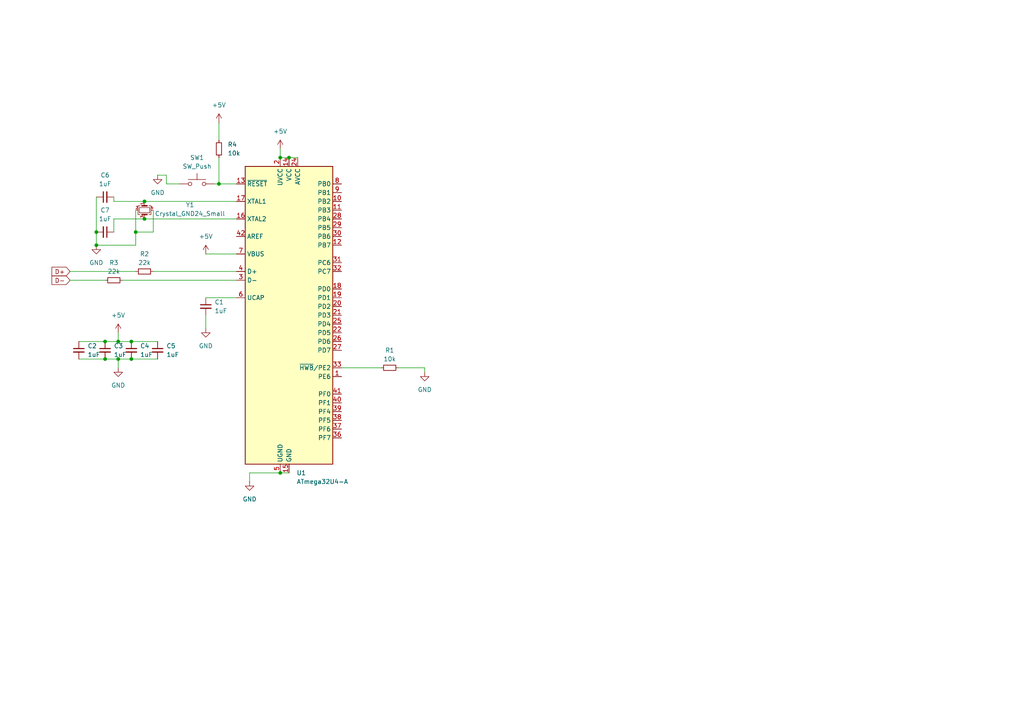
<source format=kicad_sch>
(kicad_sch (version 20231120) (generator "eeschema") (generator_version "8.0")
  (paper "A4")
  (lib_symbols
    (symbol "Device:C_Small" (pin_numbers hide) (pin_names (offset 0.254) hide)
      (property "Reference" "C" (at 0.254 1.778 0))
      (property "Value" "C_Small" (at 0.254 -2.032 0))
      (symbol "C_Small_0_1"
        (polyline (pts (xy -1.524 -0.508) (xy 1.524 -0.508)) (stroke (width 0.3302)))
        (polyline (pts (xy -1.524 0.508) (xy 1.524 0.508)) (stroke (width 0.3048)))
      )
      (symbol "C_Small_1_1"
        (pin passive line (at 0 2.54 270) (length 2.032) (name "~") (number "1"))
        (pin passive line (at 0 -2.54 90) (length 2.032) (name "~") (number "2"))
      )
    )
    (symbol "Device:Crystal_GND24_Small" (pin_names (offset 1.016) hide)
      (property "Reference" "Y" (at 1.27 4.445 0))
      (property "Value" "Crystal_GND24_Small" (at 1.27 2.54 0))
      (symbol "Crystal_GND24_Small_0_1"
        (rectangle (start -0.762 -1.524) (end 0.762 1.524))
        (polyline (pts (xy -1.27 -0.762) (xy -1.27 0.762)) (stroke (width 0.381)))
        (polyline (pts (xy 1.27 -0.762) (xy 1.27 0.762)) (stroke (width 0.381)))
        (polyline (pts (xy -1.27 -1.27) (xy -1.27 -1.905) (xy 1.27 -1.905) (xy 1.27 -1.27)))
        (polyline (pts (xy -1.27 1.27) (xy -1.27 1.905) (xy 1.27 1.905) (xy 1.27 1.27)))
      )
      (symbol "Crystal_GND24_Small_1_1"
        (pin passive line (at -2.54 0 0) (length 1.27) (name "1") (number "1"))
        (pin passive line (at 0 -2.54 90) (length 0.635) (name "2") (number "2"))
        (pin passive line (at 2.54 0 180) (length 1.27) (name "3") (number "3"))
        (pin passive line (at 0 2.54 270) (length 0.635) (name "4") (number "4"))
      )
    )
    (symbol "Device:R_Small" (pin_numbers hide) (pin_names (offset 0.254) hide)
      (property "Reference" "R" (at 0.762 0.508 0))
      (property "Value" "R_Small" (at 0.762 -1.016 0))
      (symbol "R_Small_0_1"
        (rectangle (start -0.762 1.778) (end 0.762 -1.778) (stroke (width 0.2032)))
      )
      (symbol "R_Small_1_1"
        (pin passive line (at 0 2.54 270) (length 0.762) (name "~") (number "1"))
        (pin passive line (at 0 -2.54 90) (length 0.762) (name "~") (number "2"))
      )
    )
    (symbol "MCU_Microchip_ATmega:ATmega32U4-A"
      (property "Reference" "U" (at -12.7 44.45 0))
      (property "Value" "ATmega32U4-A" (at 2.54 -44.45 0))
      (symbol "ATmega32U4-A_0_1"
        (rectangle (start -12.7 -43.18) (end 12.7 43.18) (stroke (width 0.254)) (fill (type background)))
      )
      (symbol "ATmega32U4-A_1_1"
        (pin bidirectional line (at 15.24 -17.78 180) (length 2.54) (name "PE6") (number "1"))
        (pin bidirectional line (at 15.24 33.02 180) (length 2.54) (name "PB2") (number "10"))
        (pin bidirectional line (at 15.24 30.48 180) (length 2.54) (name "PB3") (number "11"))
        (pin bidirectional line (at 15.24 20.32 180) (length 2.54) (name "PB7") (number "12"))
        (pin input line (at -15.24 38.1 0) (length 2.54) (name "~{RESET}") (number "13"))
        (pin power_in line (at 0 45.72 270) (length 2.54) (name "VCC") (number "14"))
        (pin power_in line (at 0 -45.72 90) (length 2.54) (name "GND") (number "15"))
        (pin output line (at -15.24 27.94 0) (length 2.54) (name "XTAL2") (number "16"))
        (pin input line (at -15.24 33.02 0) (length 2.54) (name "XTAL1") (number "17"))
        (pin bidirectional line (at 15.24 7.62 180) (length 2.54) (name "PD0") (number "18"))
        (pin bidirectional line (at 15.24 5.08 180) (length 2.54) (name "PD1") (number "19"))
        (pin power_in line (at -2.54 45.72 270) (length 2.54) (name "UVCC") (number "2"))
        (pin bidirectional line (at 15.24 2.54 180) (length 2.54) (name "PD2") (number "20"))
        (pin bidirectional line (at 15.24 0 180) (length 2.54) (name "PD3") (number "21"))
        (pin bidirectional line (at 15.24 -5.08 180) (length 2.54) (name "PD5") (number "22"))
        (pin passive line (at 0 -45.72 90) (length 2.54) hide (name "GND") (number "23"))
        (pin power_in line (at 2.54 45.72 270) (length 2.54) (name "AVCC") (number "24"))
        (pin bidirectional line (at 15.24 -2.54 180) (length 2.54) (name "PD4") (number "25"))
        (pin bidirectional line (at 15.24 -7.62 180) (length 2.54) (name "PD6") (number "26"))
        (pin bidirectional line (at 15.24 -10.16 180) (length 2.54) (name "PD7") (number "27"))
        (pin bidirectional line (at 15.24 27.94 180) (length 2.54) (name "PB4") (number "28"))
        (pin bidirectional line (at 15.24 25.4 180) (length 2.54) (name "PB5") (number "29"))
        (pin bidirectional line (at -15.24 10.16 0) (length 2.54) (name "D-") (number "3"))
        (pin bidirectional line (at 15.24 22.86 180) (length 2.54) (name "PB6") (number "30"))
        (pin bidirectional line (at 15.24 15.24 180) (length 2.54) (name "PC6") (number "31"))
        (pin bidirectional line (at 15.24 12.7 180) (length 2.54) (name "PC7") (number "32"))
        (pin bidirectional line (at 15.24 -15.24 180) (length 2.54) (name "~{HWB}/PE2") (number "33"))
        (pin passive line (at 0 45.72 270) (length 2.54) hide (name "VCC") (number "34"))
        (pin passive line (at 0 -45.72 90) (length 2.54) hide (name "GND") (number "35"))
        (pin bidirectional line (at 15.24 -35.56 180) (length 2.54) (name "PF7") (number "36"))
        (pin bidirectional line (at 15.24 -33.02 180) (length 2.54) (name "PF6") (number "37"))
        (pin bidirectional line (at 15.24 -30.48 180) (length 2.54) (name "PF5") (number "38"))
        (pin bidirectional line (at 15.24 -27.94 180) (length 2.54) (name "PF4") (number "39"))
        (pin bidirectional line (at -15.24 12.7 0) (length 2.54) (name "D+") (number "4"))
        (pin bidirectional line (at 15.24 -25.4 180) (length 2.54) (name "PF1") (number "40"))
        (pin bidirectional line (at 15.24 -22.86 180) (length 2.54) (name "PF0") (number "41"))
        (pin passive line (at -15.24 22.86 0) (length 2.54) (name "AREF") (number "42"))
        (pin passive line (at 0 -45.72 90) (length 2.54) hide (name "GND") (number "43"))
        (pin passive line (at 2.54 45.72 270) (length 2.54) hide (name "AVCC") (number "44"))
        (pin passive line (at -2.54 -45.72 90) (length 2.54) (name "UGND") (number "5"))
        (pin passive line (at -15.24 5.08 0) (length 2.54) (name "UCAP") (number "6"))
        (pin input line (at -15.24 17.78 0) (length 2.54) (name "VBUS") (number "7"))
        (pin bidirectional line (at 15.24 38.1 180) (length 2.54) (name "PB0") (number "8"))
        (pin bidirectional line (at 15.24 35.56 180) (length 2.54) (name "PB1") (number "9"))
      )
    )
    (symbol "Switch:SW_Push" (pin_numbers hide) (pin_names (offset 1.016) hide)
      (property "Reference" "SW" (at 1.27 2.54 0))
      (property "Value" "SW_Push" (at 0 -1.524 0))
      (symbol "SW_Push_0_1"
        (circle (center -2.032 0) (radius 0.508))
        (polyline (pts (xy 0 1.27) (xy 0 3.048)))
        (polyline (pts (xy 2.54 1.27) (xy -2.54 1.27)))
        (circle (center 2.032 0) (radius 0.508))
        (pin passive line (at -5.08 0 0) (length 2.54) (name "1") (number "1"))
        (pin passive line (at 5.08 0 180) (length 2.54) (name "2") (number "2"))
      )
    )
    (symbol "power:+5V" (power) (pin_numbers hide) (pin_names (offset 0) hide)
      (property "Value" "+5V" (at 0 3.556 0))
      (symbol "+5V_0_1"
        (polyline (pts (xy -0.762 1.27) (xy 0 2.54)))
        (polyline (pts (xy 0 0) (xy 0 2.54)))
        (polyline (pts (xy 0 2.54) (xy 0.762 1.27)))
      )
      (symbol "+5V_1_1"
        (pin power_in line (at 0 0 90) (length 0) (name "~") (number "1"))
      )
    )
    (symbol "power:GND" (power) (pin_numbers hide) (pin_names (offset 0) hide)
      (property "Value" "GND" (at 0 -3.81 0))
      (symbol "GND_0_1"
        (polyline (pts (xy 0 0) (xy 0 -1.27) (xy 1.27 -1.27) (xy 0 -2.54) (xy -1.27 -1.27) (xy 0 -1.27)))
      )
      (symbol "GND_1_1"
        (pin power_in line (at 0 0 270) (length 0) (name "~") (number "1"))
      )
    )
  )
  (junction (at 27.94 71.12))
  (junction (at 38.1 104.14))
  (junction (at 63.5 53.34))
  (junction (at 81.28 137.16))
  (junction (at 34.29 104.14))
  (junction (at 34.29 99.06))
  (junction (at 30.48 99.06))
  (junction (at 41.91 58.42))
  (junction (at 41.91 63.5))
  (junction (at 38.1 99.06))
  (junction (at 30.48 104.14))
  (junction (at 27.94 67.31))
  (junction (at 81.28 45.72))
  (junction (at 83.82 45.72))
  (junction (at 39.37 67.31))
  (wire (pts (xy 41.91 63.5) (xy 33.02 63.5)))
  (wire (pts (xy 27.94 57.15) (xy 27.94 67.31)))
  (wire (pts (xy 62.23 53.34) (xy 63.5 53.34)))
  (wire (pts (xy 38.1 104.14) (xy 45.72 104.14)))
  (wire (pts (xy 34.29 99.06) (xy 38.1 99.06)))
  (wire (pts (xy 22.86 104.14) (xy 30.48 104.14)))
  (wire (pts (xy 33.02 57.15) (xy 33.02 58.42)))
  (wire (pts (xy 52.07 53.34) (xy 48.26 53.34)))
  (wire (pts (xy 123.19 106.68) (xy 123.19 107.95)))
  (wire (pts (xy 83.82 45.72) (xy 86.36 45.72)))
  (wire (pts (xy 20.32 81.28) (xy 30.48 81.28)))
  (wire (pts (xy 81.28 45.72) (xy 83.82 45.72)))
  (wire (pts (xy 59.69 91.44) (xy 59.69 95.25)))
  (wire (pts (xy 44.45 60.96) (xy 44.45 67.31)))
  (wire (pts (xy 41.91 63.5) (xy 68.58 63.5)))
  (wire (pts (xy 33.02 63.5) (xy 33.02 67.31)))
  (wire (pts (xy 44.45 78.74) (xy 68.58 78.74)))
  (wire (pts (xy 27.94 71.12) (xy 39.37 71.12)))
  (wire (pts (xy 63.5 53.34) (xy 68.58 53.34)))
  (wire (pts (xy 20.32 78.74) (xy 39.37 78.74)))
  (wire (pts (xy 41.91 58.42) (xy 33.02 58.42)))
  (wire (pts (xy 59.69 73.66) (xy 68.58 73.66)))
  (wire (pts (xy 72.39 137.16) (xy 72.39 139.7)))
  (wire (pts (xy 38.1 99.06) (xy 45.72 99.06)))
  (wire (pts (xy 63.5 45.72) (xy 63.5 53.34)))
  (wire (pts (xy 63.5 35.56) (xy 63.5 40.64)))
  (wire (pts (xy 39.37 60.96) (xy 39.37 67.31)))
  (wire (pts (xy 34.29 104.14) (xy 38.1 104.14)))
  (wire (pts (xy 27.94 67.31) (xy 27.94 71.12)))
  (wire (pts (xy 81.28 43.18) (xy 81.28 45.72)))
  (wire (pts (xy 81.28 137.16) (xy 83.82 137.16)))
  (wire (pts (xy 59.69 86.36) (xy 68.58 86.36)))
  (wire (pts (xy 30.48 104.14) (xy 34.29 104.14)))
  (wire (pts (xy 115.57 106.68) (xy 123.19 106.68)))
  (wire (pts (xy 48.26 50.8) (xy 45.72 50.8)))
  (wire (pts (xy 48.26 53.34) (xy 48.26 50.8)))
  (wire (pts (xy 30.48 99.06) (xy 34.29 99.06)))
  (wire (pts (xy 39.37 67.31) (xy 39.37 71.12)))
  (wire (pts (xy 41.91 58.42) (xy 68.58 58.42)))
  (wire (pts (xy 99.06 106.68) (xy 110.49 106.68)))
  (wire (pts (xy 39.37 67.31) (xy 44.45 67.31)))
  (wire (pts (xy 22.86 99.06) (xy 30.48 99.06)))
  (wire (pts (xy 35.56 81.28) (xy 68.58 81.28)))
  (wire (pts (xy 34.29 104.14) (xy 34.29 106.68)))
  (wire (pts (xy 81.28 137.16) (xy 72.39 137.16)))
  (wire (pts (xy 34.29 96.52) (xy 34.29 99.06)))
  (global_label "D+" (shape input) (at 20.32 78.74 180) (property "Intersheetrefs" "${INTERSHEET_REFS}" (effects (hide yes))))
  (global_label "D-" (shape input) (at 20.32 81.28 180) (property "Intersheetrefs" "${INTERSHEET_REFS}" (effects (hide yes))))
  (symbol (lib_id "power:+5V") (at 63.5 35.56 0) (unit 1)
    (property "Reference" "#PWR010" (effects (hide yes)))
    (property "Value" "+5V" (at 63.5 30.48 0))
    (property "Description" "Power symbol creates a global label with name \"+5V\"" (effects (hide yes)))
  )
  (symbol (lib_id "power:GND") (at 27.94 71.12 0) (unit 1)
    (property "Reference" "#PWR08" (effects (hide yes)))
    (property "Value" "GND" (at 27.94 76.2 0))
    (property "Description" "Power symbol creates a global label with name \"GND\" , ground" (effects (hide yes)))
  )
  (symbol (lib_id "Device:Crystal_GND24_Small") (at 41.91 60.96 270) (unit 1)
    (property "Reference" "Y1" (at 55.118 59.436 90))
    (property "Value" "Crystal_GND24_Small" (at 55.118 61.976 90))
    (property "Description" "Four pin crystal, GND on pins 2 and 4, small symbol" (effects (hide yes)))
  )
  (symbol (lib_id "power:GND") (at 59.69 95.25 0) (unit 1)
    (property "Reference" "#PWR04" (effects (hide yes)))
    (property "Value" "GND" (at 59.69 100.33 0))
    (property "Description" "Power symbol creates a global label with name \"GND\" , ground" (effects (hide yes)))
  )
  (symbol (lib_id "Device:C_Small") (at 45.72 101.6 0) (unit 1)
    (property "Reference" "C5" (at 48.26 100.3362 0) (effects (justify left)))
    (property "Value" "1uF" (at 48.26 102.8762 0) (effects (justify left)))
    (property "Description" "Unpolarized capacitor, small symbol" (effects (hide yes)))
  )
  (symbol (lib_id "power:GND") (at 72.39 139.7 0) (unit 1)
    (property "Reference" "#PWR02" (effects (hide yes)))
    (property "Value" "GND" (at 72.39 144.78 0))
    (property "Description" "Power symbol creates a global label with name \"GND\" , ground" (effects (hide yes)))
  )
  (symbol (lib_id "Device:C_Small") (at 30.48 101.6 0) (unit 1)
    (property "Reference" "C3" (at 33.02 100.3362 0) (effects (justify left)))
    (property "Value" "1uF" (at 33.02 102.8762 0) (effects (justify left)))
    (property "Description" "Unpolarized capacitor, small symbol" (effects (hide yes)))
  )
  (symbol (lib_id "Device:C_Small") (at 30.48 67.31 270) (unit 1)
    (property "Reference" "C7" (at 30.4736 60.96 90))
    (property "Value" "1uF" (at 30.4736 63.5 90))
    (property "Description" "Unpolarized capacitor, small symbol" (effects (hide yes)))
  )
  (symbol (lib_id "Switch:SW_Push") (at 57.15 53.34 0) (unit 1)
    (property "Reference" "SW1" (at 57.15 45.72 0))
    (property "Value" "SW_Push" (at 57.15 48.26 0))
    (property "Description" "Push button switch, generic, two pins" (effects (hide yes)))
  )
  (symbol (lib_id "Device:C_Small") (at 38.1 101.6 0) (unit 1)
    (property "Reference" "C4" (at 40.64 100.3362 0) (effects (justify left)))
    (property "Value" "1uF" (at 40.64 102.8762 0) (effects (justify left)))
    (property "Description" "Unpolarized capacitor, small symbol" (effects (hide yes)))
  )
  (symbol (lib_id "power:GND") (at 123.19 107.95 0) (unit 1)
    (property "Reference" "#PWR03" (effects (hide yes)))
    (property "Value" "GND" (at 123.19 113.03 0))
    (property "Description" "Power symbol creates a global label with name \"GND\" , ground" (effects (hide yes)))
  )
  (symbol (lib_id "power:GND") (at 45.72 50.8 0) (unit 1)
    (property "Reference" "#PWR09" (effects (hide yes)))
    (property "Value" "GND" (at 45.72 55.88 0))
    (property "Description" "Power symbol creates a global label with name \"GND\" , ground" (effects (hide yes)))
  )
  (symbol (lib_id "Device:R_Small") (at 63.5 43.18 180) (unit 1)
    (property "Reference" "R4" (at 66.04 41.9099 0) (effects (justify right)))
    (property "Value" "10k" (at 66.04 44.4499 0) (effects (justify right)))
    (property "Description" "Resistor, small symbol" (effects (hide yes)))
  )
  (symbol (lib_id "power:+5V") (at 34.29 96.52 0) (unit 1)
    (property "Reference" "#PWR06" (effects (hide yes)))
    (property "Value" "+5V" (at 34.29 91.44 0))
    (property "Description" "Power symbol creates a global label with name \"+5V\"" (effects (hide yes)))
  )
  (symbol (lib_id "power:+5V") (at 59.69 73.66 0) (unit 1)
    (property "Reference" "#PWR07" (effects (hide yes)))
    (property "Value" "+5V" (at 59.69 68.58 0))
    (property "Description" "Power symbol creates a global label with name \"+5V\"" (effects (hide yes)))
  )
  (symbol (lib_id "Device:C_Small") (at 22.86 101.6 0) (unit 1)
    (property "Reference" "C2" (at 25.4 100.3362 0) (effects (justify left)))
    (property "Value" "1uF" (at 25.4 102.8762 0) (effects (justify left)))
    (property "Description" "Unpolarized capacitor, small symbol" (effects (hide yes)))
  )
  (symbol (lib_id "Device:C_Small") (at 59.69 88.9 0) (unit 1)
    (property "Reference" "C1" (at 62.23 87.6362 0) (effects (justify left)))
    (property "Value" "1uF" (at 62.23 90.1762 0) (effects (justify left)))
    (property "Description" "Unpolarized capacitor, small symbol" (effects (hide yes)))
  )
  (symbol (lib_id "MCU_Microchip_ATmega:ATmega32U4-A") (at 83.82 91.44 0) (unit 1)
    (property "Reference" "U1" (at 86.0141 137.16 0) (effects (justify left)))
    (property "Value" "ATmega32U4-A" (at 86.0141 139.7 0) (effects (justify left)))
    (property "Footprint" "Package_QFP:TQFP-44_10x10mm_P0.8mm" (effects (hide yes)))
    (property "Datasheet" "http://ww1.microchip.com/downloads/en/DeviceDoc/Atmel-7766-8-bit-AVR-ATmega16U4-32U4_Datasheet.pdf" (effects (hide yes)))
    (property "Description" "16MHz, 32kB Flash, 2.5kB SRAM, 1kB EEPROM, USB 2.0, TQFP-44" (effects (hide yes)))
  )
  (symbol (lib_id "power:+5V") (at 81.28 43.18 0) (unit 1)
    (property "Reference" "#PWR01" (effects (hide yes)))
    (property "Value" "+5V" (at 81.28 38.1 0))
    (property "Description" "Power symbol creates a global label with name \"+5V\"" (effects (hide yes)))
  )
  (symbol (lib_id "power:GND") (at 34.29 106.68 0) (unit 1)
    (property "Reference" "#PWR05" (effects (hide yes)))
    (property "Value" "GND" (at 34.29 111.76 0))
    (property "Description" "Power symbol creates a global label with name \"GND\" , ground" (effects (hide yes)))
  )
  (symbol (lib_id "Device:R_Small") (at 33.02 81.28 90) (unit 1)
    (property "Reference" "R3" (at 33.02 76.2 90))
    (property "Value" "22k" (at 33.02 78.74 90))
    (property "Description" "Resistor, small symbol" (effects (hide yes)))
  )
  (symbol (lib_id "Device:R_Small") (at 41.91 78.74 90) (unit 1)
    (property "Reference" "R2" (at 41.91 73.66 90))
    (property "Value" "22k" (at 41.91 76.2 90))
    (property "Description" "Resistor, small symbol" (effects (hide yes)))
  )
  (symbol (lib_id "Device:R_Small") (at 113.03 106.68 90) (unit 1)
    (property "Reference" "R1" (at 113.03 101.6 90))
    (property "Value" "10k" (at 113.03 104.14 90))
    (property "Description" "Resistor, small symbol" (effects (hide yes)))
  )
  (symbol (lib_id "Device:C_Small") (at 30.48 57.15 90) (unit 1)
    (property "Reference" "C6" (at 30.4863 50.8 90))
    (property "Value" "1uF" (at 30.4863 53.34 90))
    (property "Description" "Unpolarized capacitor, small symbol" (effects (hide yes)))
  )
)
</source>
